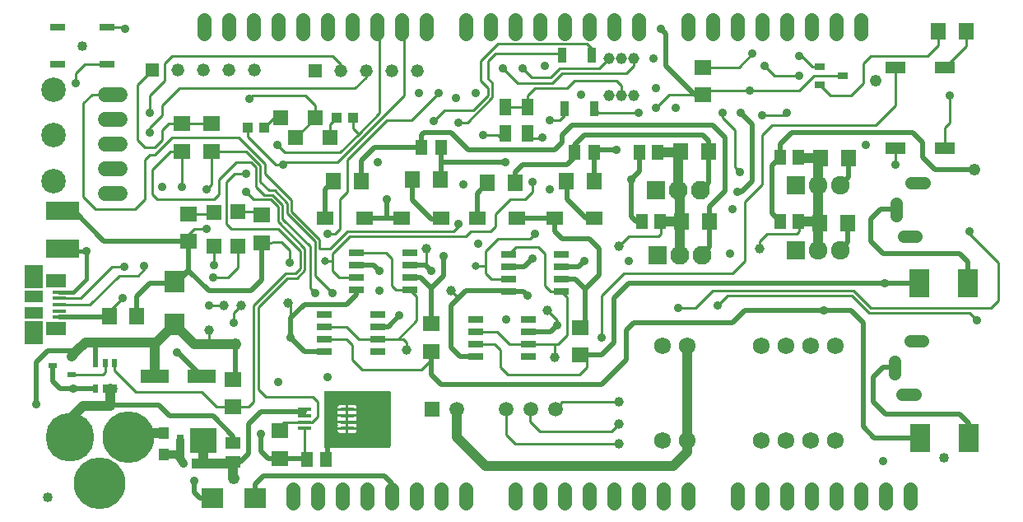
<source format=gbr>
G04 EAGLE Gerber RS-274X export*
G75*
%MOMM*%
%FSLAX34Y34*%
%LPD*%
%INTop Copper*%
%IPPOS*%
%AMOC8*
5,1,8,0,0,1.08239X$1,22.5*%
G01*
%ADD10R,1.500000X1.500000*%
%ADD11R,1.803000X1.600000*%
%ADD12R,1.524000X0.762000*%
%ADD13C,1.524000*%
%ADD14C,1.422400*%
%ADD15R,3.000000X1.400000*%
%ADD16R,1.000000X1.200000*%
%ADD17R,3.400000X1.900000*%
%ADD18R,2.667000X2.540000*%
%ADD19R,0.762000X1.270000*%
%ADD20R,2.000000X1.100000*%
%ADD21R,0.800000X0.800000*%
%ADD22R,1.320800X1.320800*%
%ADD23C,1.320800*%
%ADD24R,1.800000X1.600000*%
%ADD25R,1.525000X0.650000*%
%ADD26R,1.920000X1.920000*%
%ADD27C,1.920000*%
%ADD28R,1.950000X1.950000*%
%ADD29C,1.950000*%
%ADD30R,1.600000X1.803000*%
%ADD31R,1.803400X1.473200*%
%ADD32C,1.308000*%
%ADD33C,1.725000*%
%ADD34R,1.415000X0.450000*%
%ADD35R,1.508000X1.508000*%
%ADD36C,1.508000*%
%ADD37R,0.508000X0.876300*%
%ADD38R,0.863600X0.482600*%
%ADD39R,1.500000X1.300000*%
%ADD40R,1.300000X1.500000*%
%ADD41R,1.600000X1.800000*%
%ADD42R,1.380000X0.450000*%
%ADD43R,2.100000X1.475000*%
%ADD44R,1.900000X1.175000*%
%ADD45R,1.900000X2.375000*%
%ADD46C,1.016000*%
%ADD47R,2.150000X2.200000*%
%ADD48R,2.200000X2.150000*%
%ADD49R,1.300000X1.600000*%
%ADD50C,1.168000*%
%ADD51C,2.520000*%
%ADD52R,1.000000X0.700000*%
%ADD53R,2.025000X1.275000*%
%ADD54R,1.250000X1.750000*%
%ADD55C,5.300000*%
%ADD56C,5.000000*%
%ADD57R,0.863600X1.600200*%
%ADD58R,1.000000X1.100000*%
%ADD59C,0.800000*%
%ADD60C,1.000000*%
%ADD61R,2.020000X2.950000*%
%ADD62C,0.508000*%
%ADD63C,1.016000*%
%ADD64C,0.254000*%
%ADD65C,0.914400*%
%ADD66C,1.219200*%
%ADD67C,0.406400*%
%ADD68C,0.812800*%

G36*
X378538Y75106D02*
X378538Y75106D01*
X378657Y75113D01*
X378695Y75126D01*
X378736Y75131D01*
X378846Y75174D01*
X378959Y75211D01*
X378994Y75233D01*
X379031Y75248D01*
X379127Y75318D01*
X379228Y75381D01*
X379256Y75411D01*
X379289Y75434D01*
X379365Y75526D01*
X379446Y75613D01*
X379466Y75648D01*
X379491Y75679D01*
X379542Y75787D01*
X379600Y75891D01*
X379610Y75931D01*
X379627Y75967D01*
X379649Y76084D01*
X379679Y76199D01*
X379683Y76260D01*
X379687Y76280D01*
X379685Y76300D01*
X379689Y76360D01*
X379689Y132240D01*
X379674Y132358D01*
X379667Y132477D01*
X379654Y132515D01*
X379649Y132556D01*
X379606Y132666D01*
X379569Y132779D01*
X379547Y132814D01*
X379532Y132851D01*
X379463Y132947D01*
X379399Y133048D01*
X379369Y133076D01*
X379346Y133109D01*
X379254Y133185D01*
X379167Y133266D01*
X379132Y133286D01*
X379101Y133311D01*
X378993Y133362D01*
X378889Y133420D01*
X378849Y133430D01*
X378813Y133447D01*
X378696Y133469D01*
X378581Y133499D01*
X378521Y133503D01*
X378501Y133507D01*
X378480Y133505D01*
X378420Y133509D01*
X312380Y133509D01*
X312262Y133494D01*
X312143Y133487D01*
X312105Y133474D01*
X312064Y133469D01*
X311954Y133426D01*
X311841Y133389D01*
X311806Y133367D01*
X311769Y133352D01*
X311673Y133283D01*
X311572Y133219D01*
X311544Y133189D01*
X311511Y133166D01*
X311436Y133074D01*
X311354Y132987D01*
X311334Y132952D01*
X311309Y132921D01*
X311258Y132813D01*
X311200Y132709D01*
X311190Y132669D01*
X311173Y132633D01*
X311151Y132516D01*
X311121Y132401D01*
X311117Y132341D01*
X311113Y132321D01*
X311115Y132300D01*
X311114Y132291D01*
X311113Y132288D01*
X311114Y132284D01*
X311111Y132240D01*
X311111Y76360D01*
X311126Y76242D01*
X311133Y76123D01*
X311146Y76085D01*
X311151Y76044D01*
X311194Y75934D01*
X311231Y75821D01*
X311253Y75786D01*
X311268Y75749D01*
X311338Y75653D01*
X311401Y75552D01*
X311431Y75524D01*
X311454Y75491D01*
X311546Y75416D01*
X311633Y75334D01*
X311668Y75314D01*
X311699Y75289D01*
X311807Y75238D01*
X311911Y75180D01*
X311951Y75170D01*
X311987Y75153D01*
X312104Y75131D01*
X312219Y75101D01*
X312280Y75097D01*
X312300Y75093D01*
X312320Y75095D01*
X312380Y75091D01*
X378420Y75091D01*
X378538Y75106D01*
G37*
%LPC*%
G36*
X336249Y109059D02*
X336249Y109059D01*
X336249Y113021D01*
X344596Y113021D01*
X344596Y111706D01*
X344505Y111369D01*
X344493Y111277D01*
X344471Y111187D01*
X344471Y111120D01*
X344462Y111053D01*
X344473Y110962D01*
X344474Y110869D01*
X344497Y110754D01*
X344499Y110738D01*
X344502Y110730D01*
X344505Y110711D01*
X344596Y110374D01*
X344596Y109059D01*
X336249Y109059D01*
G37*
%LPD*%
%LPC*%
G36*
X336249Y102559D02*
X336249Y102559D01*
X336249Y106521D01*
X344596Y106521D01*
X344596Y105206D01*
X344505Y104869D01*
X344493Y104777D01*
X344471Y104687D01*
X344471Y104620D01*
X344462Y104553D01*
X344473Y104462D01*
X344474Y104369D01*
X344497Y104254D01*
X344499Y104238D01*
X344502Y104230D01*
X344505Y104211D01*
X344596Y103874D01*
X344596Y102559D01*
X336249Y102559D01*
G37*
%LPD*%
%LPC*%
G36*
X336249Y96059D02*
X336249Y96059D01*
X336249Y100021D01*
X344596Y100021D01*
X344596Y98706D01*
X344505Y98369D01*
X344493Y98277D01*
X344471Y98187D01*
X344471Y98120D01*
X344462Y98053D01*
X344473Y97962D01*
X344474Y97869D01*
X344497Y97754D01*
X344499Y97738D01*
X344502Y97730D01*
X344505Y97711D01*
X344596Y97374D01*
X344596Y96059D01*
X336249Y96059D01*
G37*
%LPD*%
%LPC*%
G36*
X325364Y109059D02*
X325364Y109059D01*
X325364Y110374D01*
X325455Y110711D01*
X325467Y110803D01*
X325489Y110893D01*
X325489Y110960D01*
X325498Y111027D01*
X325487Y111118D01*
X325486Y111211D01*
X325463Y111326D01*
X325461Y111342D01*
X325458Y111350D01*
X325455Y111369D01*
X325364Y111706D01*
X325364Y113021D01*
X333711Y113021D01*
X333711Y109059D01*
X325364Y109059D01*
G37*
%LPD*%
%LPC*%
G36*
X325364Y102559D02*
X325364Y102559D01*
X325364Y103874D01*
X325455Y104211D01*
X325467Y104303D01*
X325489Y104393D01*
X325489Y104460D01*
X325498Y104527D01*
X325487Y104618D01*
X325486Y104711D01*
X325463Y104826D01*
X325461Y104842D01*
X325458Y104850D01*
X325455Y104869D01*
X325364Y105206D01*
X325364Y106521D01*
X333711Y106521D01*
X333711Y102559D01*
X325364Y102559D01*
G37*
%LPD*%
%LPC*%
G36*
X325364Y96059D02*
X325364Y96059D01*
X325364Y97374D01*
X325455Y97711D01*
X325467Y97803D01*
X325489Y97893D01*
X325489Y97960D01*
X325498Y98027D01*
X325487Y98118D01*
X325486Y98211D01*
X325463Y98326D01*
X325461Y98342D01*
X325458Y98350D01*
X325455Y98369D01*
X325364Y98706D01*
X325364Y100021D01*
X333711Y100021D01*
X333711Y96059D01*
X325364Y96059D01*
G37*
%LPD*%
%LPC*%
G36*
X336249Y115559D02*
X336249Y115559D01*
X336249Y119081D01*
X342389Y119081D01*
X343036Y118908D01*
X343615Y118573D01*
X344088Y118100D01*
X344423Y117521D01*
X344596Y116874D01*
X344596Y115559D01*
X336249Y115559D01*
G37*
%LPD*%
%LPC*%
G36*
X325364Y115559D02*
X325364Y115559D01*
X325364Y116874D01*
X325537Y117521D01*
X325872Y118100D01*
X326345Y118573D01*
X326924Y118908D01*
X327571Y119081D01*
X333711Y119081D01*
X333711Y115559D01*
X325364Y115559D01*
G37*
%LPD*%
%LPC*%
G36*
X336249Y89999D02*
X336249Y89999D01*
X336249Y93521D01*
X344596Y93521D01*
X344596Y92206D01*
X344423Y91559D01*
X344088Y90980D01*
X343615Y90507D01*
X343036Y90172D01*
X342389Y89999D01*
X336249Y89999D01*
G37*
%LPD*%
%LPC*%
G36*
X327571Y89999D02*
X327571Y89999D01*
X326924Y90172D01*
X326345Y90507D01*
X325872Y90980D01*
X325537Y91559D01*
X325364Y92206D01*
X325364Y93521D01*
X333711Y93521D01*
X333711Y89999D01*
X327571Y89999D01*
G37*
%LPD*%
D10*
X198230Y281910D03*
X198230Y316910D03*
X222200Y282390D03*
X222200Y317390D03*
D11*
X172230Y287140D03*
X172230Y315580D03*
X247160Y285870D03*
X247160Y314310D03*
D12*
X87800Y469140D03*
X37000Y469140D03*
X87800Y507240D03*
X37000Y507240D03*
D13*
X86320Y387510D02*
X101560Y387510D01*
X101560Y412910D02*
X86320Y412910D01*
X86320Y438310D02*
X101560Y438310D01*
X101560Y362110D02*
X86320Y362110D01*
X86320Y336710D02*
X101560Y336710D01*
D14*
X634960Y501048D02*
X634960Y515272D01*
X609560Y515272D02*
X609560Y501048D01*
X584160Y501048D02*
X584160Y515272D01*
X558760Y515272D02*
X558760Y501048D01*
X533360Y501048D02*
X533360Y515272D01*
X507960Y515272D02*
X507960Y501048D01*
X482560Y501048D02*
X482560Y515272D01*
X457160Y515272D02*
X457160Y501048D01*
X416520Y501048D02*
X416520Y515272D01*
X391120Y515272D02*
X391120Y501048D01*
X365720Y501048D02*
X365720Y515272D01*
X340320Y515272D02*
X340320Y501048D01*
X314920Y501048D02*
X314920Y515272D01*
X289520Y515272D02*
X289520Y501048D01*
X264120Y501048D02*
X264120Y515272D01*
X238720Y515272D02*
X238720Y501048D01*
X213320Y501048D02*
X213320Y515272D01*
X187920Y515272D02*
X187920Y501048D01*
D15*
X137504Y148242D03*
X185504Y148242D03*
D14*
X279360Y32672D02*
X279360Y18448D01*
X304760Y18448D02*
X304760Y32672D01*
X330160Y32672D02*
X330160Y18448D01*
X355560Y18448D02*
X355560Y32672D01*
X380960Y32672D02*
X380960Y18448D01*
X406360Y18448D02*
X406360Y32672D01*
X431760Y32672D02*
X431760Y18448D01*
X457160Y18448D02*
X457160Y32672D01*
X507960Y32672D02*
X507960Y18448D01*
X533360Y18448D02*
X533360Y32672D01*
X558760Y32672D02*
X558760Y18448D01*
X584160Y18448D02*
X584160Y32672D01*
X609560Y32672D02*
X609560Y18448D01*
X634960Y18448D02*
X634960Y32672D01*
X660360Y32672D02*
X660360Y18448D01*
X685760Y18448D02*
X685760Y32672D01*
X685760Y501048D02*
X685760Y515272D01*
X711160Y515272D02*
X711160Y501048D01*
X736560Y501048D02*
X736560Y515272D01*
X761960Y515272D02*
X761960Y501048D01*
X787360Y501048D02*
X787360Y515272D01*
X812760Y515272D02*
X812760Y501048D01*
X838160Y501048D02*
X838160Y515272D01*
X863560Y515272D02*
X863560Y501048D01*
X736560Y32672D02*
X736560Y18448D01*
X761960Y18448D02*
X761960Y32672D01*
X787360Y32672D02*
X787360Y18448D01*
X812760Y18448D02*
X812760Y32672D01*
X838160Y32672D02*
X838160Y18448D01*
X863560Y18448D02*
X863560Y32672D01*
X888960Y32672D02*
X888960Y18448D01*
X914360Y18448D02*
X914360Y32672D01*
D16*
X146264Y67900D03*
X146264Y89900D03*
D17*
X42632Y318364D03*
X42632Y279364D03*
D18*
X186792Y82456D03*
D19*
X163292Y82456D03*
D20*
X185776Y59088D03*
D21*
X166776Y59088D03*
D22*
X134580Y463710D03*
D23*
X160742Y463710D03*
X186904Y463710D03*
X213066Y463710D03*
X239228Y463710D03*
D22*
X302220Y462440D03*
D23*
X328382Y462440D03*
X354544Y462440D03*
X380706Y462440D03*
X406868Y462440D03*
D24*
X701000Y466280D03*
X701000Y438280D03*
D25*
X344950Y275750D03*
X344950Y263050D03*
X344950Y250350D03*
X344950Y237650D03*
X399190Y237650D03*
X399190Y250350D03*
X399190Y263050D03*
X399190Y275750D03*
D26*
X796250Y278290D03*
D27*
X819150Y278290D03*
X842050Y278290D03*
D28*
X654010Y273210D03*
D29*
X676910Y273210D03*
X699810Y273210D03*
D30*
X821400Y306230D03*
X849840Y306230D03*
X430740Y350680D03*
X402300Y350680D03*
X321020Y349410D03*
X349460Y349410D03*
X707600Y307500D03*
X679160Y307500D03*
D31*
X390993Y311310D03*
X431887Y311310D03*
X312253Y311310D03*
X353147Y311310D03*
D25*
X311930Y212250D03*
X311930Y199550D03*
X311930Y186850D03*
X311930Y174150D03*
X366170Y174150D03*
X366170Y186850D03*
X366170Y199550D03*
X366170Y212250D03*
D11*
X421600Y202340D03*
X421600Y173900D03*
D32*
X898550Y163980D02*
X898550Y150900D01*
X914010Y184940D02*
X927090Y184940D01*
X919090Y129940D02*
X906010Y129940D01*
D25*
X501360Y273800D03*
X501360Y261100D03*
X501360Y248400D03*
X501360Y235700D03*
X555600Y235700D03*
X555600Y248400D03*
X555600Y261100D03*
X555600Y273800D03*
D26*
X796450Y344920D03*
D27*
X819350Y344920D03*
X842250Y344920D03*
D28*
X652940Y339840D03*
D29*
X675840Y339840D03*
X698740Y339840D03*
D30*
X822470Y372950D03*
X850910Y372950D03*
X589290Y348820D03*
X560850Y348820D03*
X479570Y347550D03*
X508010Y347550D03*
X706530Y379210D03*
X678090Y379210D03*
D31*
X548673Y310630D03*
X589567Y310630D03*
X468663Y310630D03*
X509557Y310630D03*
D25*
X467070Y206490D03*
X467070Y193790D03*
X467070Y181090D03*
X467070Y168390D03*
X521310Y168390D03*
X521310Y181090D03*
X521310Y193790D03*
X521310Y206490D03*
D11*
X574680Y198730D03*
X574680Y170290D03*
D32*
X899820Y313460D02*
X899820Y326540D01*
X915280Y347500D02*
X928360Y347500D01*
X920360Y292500D02*
X907280Y292500D01*
D33*
X659290Y180090D03*
X684690Y180090D03*
X760890Y180090D03*
X786290Y180090D03*
X811690Y180090D03*
X837090Y180090D03*
X659290Y82300D03*
X684690Y82300D03*
X760890Y82300D03*
X786290Y82300D03*
X811690Y82300D03*
X837090Y82300D03*
D34*
X291140Y114290D03*
X291140Y107790D03*
X291140Y101290D03*
X291140Y94790D03*
X334980Y94790D03*
X334980Y101290D03*
X334980Y107790D03*
X334980Y114290D03*
D35*
X422160Y114920D03*
D36*
X447560Y114920D03*
X498360Y114920D03*
X523760Y114920D03*
X549160Y114920D03*
D37*
X76460Y135896D03*
X85960Y135896D03*
X95460Y135896D03*
X95460Y162185D03*
X85960Y162185D03*
X76460Y162185D03*
D38*
X51412Y149700D03*
X51412Y168700D03*
X32108Y159200D03*
D11*
X217380Y116760D03*
X217380Y145200D03*
D39*
X217920Y60580D03*
X217920Y79580D03*
D40*
X294060Y62780D03*
X313060Y62780D03*
D11*
X266060Y92260D03*
X266060Y63820D03*
D41*
X118880Y210080D03*
X90880Y210080D03*
D42*
X39100Y235000D03*
X39100Y228500D03*
X39100Y222000D03*
X39100Y215500D03*
X39100Y209000D03*
D43*
X35500Y197475D03*
X35500Y246525D03*
D44*
X12500Y230375D03*
X12500Y213625D03*
D45*
X12500Y251125D03*
X12500Y192875D03*
D11*
X195540Y379640D03*
X195540Y408080D03*
X165060Y379640D03*
X165060Y408080D03*
D46*
X62190Y487840D03*
X26630Y24290D03*
X949158Y64422D03*
D47*
X157440Y201680D03*
X157440Y245680D03*
D48*
X196400Y23020D03*
X240400Y23020D03*
D40*
X799400Y307500D03*
X780400Y307500D03*
X657160Y307500D03*
X638160Y307500D03*
X799400Y373540D03*
X780400Y373540D03*
X654620Y378620D03*
X635620Y378620D03*
D49*
X431600Y383700D03*
X411600Y383700D03*
X589080Y378620D03*
X569080Y378620D03*
D50*
X604480Y475140D03*
X617180Y475140D03*
X629880Y475140D03*
X604480Y437040D03*
X617180Y437040D03*
X629880Y437040D03*
D51*
X32980Y349400D03*
X32980Y396400D03*
X32980Y443400D03*
D30*
X971760Y503080D03*
X943320Y503080D03*
D52*
X821080Y466860D03*
X821080Y447860D03*
X845080Y457360D03*
D53*
X949900Y382720D03*
X899140Y465960D03*
X899140Y382720D03*
X949900Y465960D03*
D54*
X497800Y398140D03*
X497800Y425140D03*
X520660Y425140D03*
X520660Y398140D03*
D55*
X110196Y85758D03*
D56*
X50196Y85758D03*
D55*
X80196Y38758D03*
D57*
X556474Y478950D03*
X586954Y478950D03*
X559014Y423832D03*
X589494Y423832D03*
D10*
X301940Y414180D03*
X266940Y414180D03*
X282180Y393860D03*
X317180Y393860D03*
D58*
X249760Y404020D03*
X232760Y404020D03*
X324200Y414180D03*
X341200Y414180D03*
D59*
X312380Y266860D03*
X467320Y261780D03*
D60*
X416520Y279560D03*
X274280Y223680D03*
X540980Y216060D03*
X441920Y236380D03*
X396200Y175420D03*
X548600Y167800D03*
X759420Y279560D03*
X614640Y282100D03*
X193000Y195740D03*
X226020Y221140D03*
X614640Y99220D03*
X208240Y221140D03*
X614640Y122080D03*
X614640Y78900D03*
D61*
X924254Y85334D03*
X974254Y85334D03*
X924000Y243840D03*
X974000Y243840D03*
D62*
X89800Y209000D02*
X39100Y209000D01*
X313060Y62780D02*
X314920Y64640D01*
X314920Y83980D01*
X91400Y135896D02*
X85960Y135896D01*
X95460Y135896D02*
X96480Y135896D01*
D63*
X91400Y119032D02*
X91400Y117762D01*
X91400Y119032D02*
X91400Y135896D01*
D64*
X949920Y382740D02*
X949920Y404020D01*
D62*
X949920Y382740D02*
X949900Y382720D01*
D64*
X87800Y469140D02*
X65080Y469140D01*
X55840Y459900D02*
X55840Y449740D01*
D65*
X55840Y449740D03*
D64*
X55840Y459900D02*
X65080Y469140D01*
D63*
X447560Y114920D02*
X447560Y85960D01*
X684690Y82300D02*
X684690Y70210D01*
X477480Y56040D02*
X447560Y85960D01*
X477480Y56040D02*
X670520Y56040D01*
X684690Y70210D01*
X684690Y82300D02*
X684690Y180090D01*
D62*
X692140Y438280D02*
X701000Y438280D01*
X662900Y500540D02*
X657820Y505620D01*
D65*
X657820Y505620D03*
D62*
X662900Y467520D02*
X692140Y438280D01*
X662900Y467520D02*
X662900Y500540D01*
D64*
X360170Y101290D02*
X334980Y101290D01*
X360170Y101290D02*
X360640Y101760D01*
D65*
X360640Y101760D03*
D64*
X89800Y209000D02*
X88224Y207424D01*
X90880Y210080D02*
X90880Y215540D01*
X104100Y228760D01*
D65*
X104100Y228760D03*
D62*
X91400Y119032D02*
X141692Y119032D01*
X152614Y108110D02*
X196810Y108110D01*
X152614Y108110D02*
X141692Y119032D01*
X185504Y148242D02*
X160866Y172880D01*
X159980Y172880D01*
D65*
X159980Y172880D03*
X469860Y284640D03*
X218400Y203360D03*
D64*
X949920Y404020D02*
X955000Y409100D01*
X955000Y437040D01*
D65*
X955000Y437040D03*
X368260Y236380D03*
X728940Y274480D03*
X652740Y424340D03*
D64*
X666680Y438280D01*
X701000Y438280D01*
D65*
X264120Y142400D03*
D62*
X90880Y210080D02*
X89800Y209000D01*
X217920Y87000D02*
X217920Y79580D01*
X217920Y87000D02*
X196810Y108110D01*
X95460Y135896D02*
X91400Y135896D01*
D63*
X91400Y117762D02*
X63206Y117762D01*
X49998Y104554D01*
X49998Y85956D01*
D62*
X50196Y85758D01*
D65*
X731480Y320200D03*
X749260Y442120D03*
D64*
X704840Y442120D01*
X701000Y438280D01*
X815300Y457360D02*
X845080Y457360D01*
X815300Y457360D02*
X800060Y442120D01*
X749260Y442120D01*
X301940Y413620D02*
X282180Y393860D01*
X301940Y413620D02*
X301940Y414180D01*
X301940Y427160D01*
X237744Y437040D02*
X234422Y433718D01*
D65*
X234422Y433718D03*
D64*
X292060Y437040D02*
X301940Y427160D01*
X292060Y437040D02*
X237744Y437040D01*
X218400Y213520D02*
X218400Y203360D01*
X218400Y213520D02*
X226020Y221140D01*
D65*
X739588Y419748D03*
X751800Y480220D03*
X499040Y207170D03*
X314920Y147480D03*
X454620Y345600D03*
D64*
X195540Y408080D02*
X165060Y408080D01*
X126960Y383700D02*
X119340Y391320D01*
X126960Y383700D02*
X137120Y383700D01*
X144740Y391320D02*
X144740Y401480D01*
X151340Y408080D01*
X165060Y408080D01*
X119340Y391320D02*
X119340Y448470D01*
X144740Y391320D02*
X137120Y383700D01*
D65*
X193000Y221140D03*
D64*
X701000Y466280D02*
X737860Y466280D01*
X751800Y480220D01*
D65*
X886420Y61120D03*
D62*
X751800Y407536D02*
X739588Y419748D01*
X751800Y348902D02*
X740624Y337726D01*
X736306Y337726D01*
D65*
X736306Y337726D03*
D62*
X751800Y348902D02*
X751800Y407536D01*
D65*
X899120Y365920D03*
D64*
X899120Y382700D01*
D62*
X899140Y382720D01*
D64*
X208240Y221140D02*
X193000Y221140D01*
X119340Y448470D02*
X134580Y463710D01*
X198230Y263200D02*
X198080Y263050D01*
X198230Y263200D02*
X198230Y281910D01*
D65*
X198080Y263050D03*
D64*
X196680Y315360D02*
X198230Y316910D01*
X196680Y315360D02*
X172230Y315580D01*
X222200Y317390D02*
X243860Y317390D01*
X247160Y314310D01*
D65*
X196810Y250350D03*
D64*
X212050Y250350D01*
X222210Y260510D01*
X222210Y282380D01*
X222200Y282390D01*
X93940Y438310D02*
X72350Y438310D01*
X63460Y429420D01*
X63460Y332900D01*
X76160Y320200D01*
X116800Y320200D01*
X250404Y356776D02*
X250404Y367168D01*
X223712Y393860D01*
X277836Y329344D02*
X277836Y318030D01*
X126960Y330360D02*
X116800Y320200D01*
X126960Y330360D02*
X126960Y371000D01*
X132040Y376080D01*
X137120Y376080D01*
X154900Y393860D01*
X223712Y393860D01*
X250404Y356776D02*
X277836Y329344D01*
X277836Y318030D02*
X306792Y289074D01*
X306792Y280068D02*
X307300Y279560D01*
X317460Y279560D01*
X306792Y280068D02*
X306792Y289074D01*
X317460Y279560D02*
X335240Y297340D01*
D65*
X449540Y304960D03*
D64*
X449540Y302420D01*
X444460Y297340D01*
X335240Y297340D01*
D65*
X800060Y457360D03*
D64*
X774660Y457360D01*
X764500Y467520D01*
D65*
X764500Y467520D03*
X314920Y294800D03*
D64*
X335240Y371000D02*
X375880Y411640D01*
X401280Y411640D02*
X429220Y439580D01*
D65*
X429220Y439580D03*
D64*
X401280Y411640D02*
X375880Y411640D01*
X322540Y294800D02*
X314920Y294800D01*
X322540Y294800D02*
X327620Y299880D01*
X327620Y330360D01*
X335240Y337980D02*
X335240Y371000D01*
X335240Y337980D02*
X327620Y330360D01*
D65*
X596860Y188120D03*
D64*
X596860Y231300D01*
X619720Y254160D01*
X731480Y254160D01*
X744180Y327820D02*
X761960Y345600D01*
X761960Y396400D01*
X772120Y406560D01*
X878800Y406560D01*
X899140Y426900D02*
X899140Y465960D01*
X899140Y426900D02*
X878800Y406560D01*
X744180Y327820D02*
X744180Y266860D01*
X731480Y254160D01*
D63*
X216428Y59088D02*
X185776Y59088D01*
X216428Y59088D02*
X217920Y60580D01*
X217920Y43820D01*
X218400Y43340D01*
D66*
X218400Y43340D03*
D64*
X291140Y107790D02*
X291140Y111920D01*
X291140Y114290D01*
D62*
X225480Y60580D02*
X217920Y60580D01*
X225480Y60580D02*
X233640Y68740D01*
X233640Y99220D01*
X246340Y111920D01*
X291140Y111920D01*
D63*
X186792Y82456D02*
X186792Y60104D01*
X185776Y59088D01*
D65*
X302220Y233840D03*
D64*
X297140Y238920D01*
X268692Y310548D02*
X268692Y324634D01*
X258394Y334932D01*
X249388Y334932D01*
X297140Y282100D02*
X297140Y238920D01*
X297140Y282100D02*
X268692Y310548D01*
X241260Y343060D02*
X241260Y363380D01*
X236180Y368460D01*
X203160Y350680D02*
X203160Y335440D01*
X198080Y330360D01*
X139660Y330360D01*
X134580Y335440D01*
X153380Y379640D02*
X165060Y379640D01*
X241260Y343060D02*
X249388Y334932D01*
X236180Y368460D02*
X220940Y368460D01*
X203160Y350680D01*
X134580Y360840D02*
X134580Y335440D01*
X134580Y360840D02*
X153380Y379640D01*
X165060Y379640D02*
X165060Y343060D01*
D65*
X165060Y343060D03*
X320000Y233840D03*
D64*
X302220Y251620D01*
X302220Y287180D02*
X273264Y316136D01*
X302220Y287180D02*
X302220Y251620D01*
X273264Y316136D02*
X273264Y326528D01*
X260288Y339504D01*
X254976Y339504D01*
X245832Y348648D02*
X245832Y365274D01*
X231466Y379640D01*
X195540Y379640D01*
X245832Y348648D02*
X254976Y339504D01*
X195540Y345600D02*
X195540Y379640D01*
X195540Y345600D02*
X190460Y340520D01*
D65*
X190460Y340520D03*
X269200Y365920D03*
D64*
X271740Y368460D01*
X393660Y505620D02*
X391120Y508160D01*
X325080Y368460D02*
X271740Y368460D01*
X325080Y368460D02*
X393660Y437040D01*
X393660Y505620D01*
X269200Y365920D02*
X261580Y365920D01*
X232760Y394740D02*
X232760Y404020D01*
X232760Y394740D02*
X261580Y365920D01*
D63*
X114338Y89900D02*
X110196Y85758D01*
X114338Y89900D02*
X146264Y89900D01*
D64*
X105020Y507240D02*
X87800Y507240D01*
X105020Y507240D02*
X106640Y505620D01*
D65*
X106640Y505620D03*
D67*
X66508Y277020D02*
X66508Y248572D01*
X53808Y277020D02*
X53808Y279364D01*
X42632Y279364D01*
D65*
X66508Y277020D03*
D67*
X53808Y277020D01*
X52936Y235000D02*
X39100Y235000D01*
X52936Y235000D02*
X66508Y248572D01*
D65*
X105624Y261272D03*
D64*
X93432Y261272D01*
X60660Y228500D02*
X39100Y228500D01*
X60660Y228500D02*
X93432Y261272D01*
X100544Y252128D02*
X119848Y252128D01*
D65*
X125944Y262288D03*
D64*
X125944Y258224D01*
X119848Y252128D01*
X70416Y222000D02*
X39100Y222000D01*
X70416Y222000D02*
X100544Y252128D01*
D68*
X146264Y67900D02*
X159996Y67900D01*
X163292Y63616D01*
X166776Y59088D01*
X163292Y63616D02*
X163292Y82456D01*
D62*
X247160Y247360D02*
X247160Y285870D01*
D65*
X275550Y265590D03*
D64*
X275550Y278290D01*
X267679Y286161D02*
X247160Y285870D01*
X267679Y286161D02*
X275550Y278290D01*
D62*
X172230Y287140D02*
X84863Y287367D01*
X193000Y236380D02*
X236180Y236380D01*
X247160Y247360D01*
X193000Y236380D02*
X172230Y257150D01*
X172230Y287140D01*
X172230Y257150D02*
X159080Y244000D01*
X118880Y230840D02*
X118880Y210080D01*
X132040Y244000D02*
X159080Y244000D01*
X132040Y244000D02*
X118880Y230840D01*
X53866Y318364D02*
X42632Y318364D01*
X53866Y318364D02*
X84863Y287367D01*
D65*
X190460Y299626D03*
D64*
X172230Y294350D02*
X172230Y287140D01*
X172230Y294350D02*
X177506Y299626D01*
X190460Y299626D01*
X172230Y260470D02*
X157440Y245680D01*
X172230Y260470D02*
X172230Y287140D01*
D65*
X132040Y419260D03*
D64*
X147280Y470060D02*
X154900Y477680D01*
X147280Y470060D02*
X147280Y452280D01*
X132040Y437040D02*
X132040Y419260D01*
X132040Y437040D02*
X147280Y452280D01*
X154900Y477680D02*
X320000Y477680D01*
X328382Y469298D01*
X328382Y462440D01*
D65*
X132040Y398940D03*
D64*
X144740Y426880D02*
X162520Y444660D01*
X144740Y426880D02*
X144740Y416720D01*
X132040Y404020D01*
X132040Y398940D01*
X162520Y444660D02*
X343041Y444660D01*
X354544Y456163D01*
X354544Y462440D01*
D66*
X980400Y360840D03*
D65*
X627340Y350680D03*
D62*
X635620Y358960D02*
X635620Y378620D01*
X635620Y358960D02*
X627340Y350680D01*
X627340Y312580D01*
X632420Y307500D01*
D64*
X638160Y307500D01*
D65*
X144740Y343060D03*
X538440Y467266D03*
D64*
X520660Y425140D02*
X497800Y425140D01*
D65*
X467320Y439580D03*
D62*
X772120Y315780D02*
X780400Y307500D01*
X772120Y365260D02*
X780400Y373540D01*
X772120Y365260D02*
X772120Y315780D01*
X780400Y373540D02*
X780400Y386900D01*
X792440Y398940D01*
D65*
X624916Y266744D03*
D62*
X517440Y261100D02*
X501360Y261100D01*
X517440Y261100D02*
X525740Y269400D01*
D65*
X525740Y269400D03*
D62*
X361910Y263050D02*
X344950Y263050D01*
X361910Y263050D02*
X368260Y256700D01*
D65*
X368260Y256700D03*
D62*
X939760Y360840D02*
X980400Y360840D01*
X939760Y360840D02*
X927060Y373540D01*
X927060Y388780D01*
X916900Y398940D01*
X792440Y398940D01*
D64*
X520660Y425140D02*
X520660Y437040D01*
X612100Y452280D02*
X617180Y447200D01*
X617180Y437040D01*
X528280Y444660D02*
X520660Y437040D01*
X528280Y444660D02*
X561300Y444660D01*
X568920Y452280D01*
X612100Y452280D01*
X614640Y99220D02*
X607020Y91600D01*
X533360Y91600D01*
X523200Y101760D01*
X523200Y114360D01*
X523760Y114920D01*
X493120Y393460D02*
X497800Y398140D01*
X490180Y396400D02*
X474940Y396400D01*
X490180Y396400D02*
X493120Y393460D01*
D65*
X474940Y396400D03*
X868640Y386240D03*
X650200Y475140D03*
X543404Y340636D03*
X366512Y368206D03*
X673060Y424340D03*
D64*
X614640Y122080D02*
X556320Y122080D01*
X549160Y114920D01*
D65*
X495260Y464980D03*
D64*
X629880Y467520D02*
X629880Y475140D01*
X510500Y449740D02*
X495260Y464980D01*
X622260Y459900D02*
X629880Y467520D01*
X622260Y459900D02*
X556220Y459900D01*
X546060Y449740D01*
X510500Y449740D01*
D65*
X515580Y464980D03*
D64*
X544536Y455836D02*
X553680Y464980D01*
X544536Y455836D02*
X524724Y455836D01*
X515580Y464980D01*
X594320Y464980D02*
X604480Y475140D01*
X594320Y464980D02*
X553680Y464980D01*
X535900Y393860D02*
X534160Y393060D01*
X525740Y393060D01*
X520660Y398140D01*
D65*
X535900Y393860D03*
X652740Y444660D03*
X575270Y438310D03*
D64*
X614640Y78900D02*
X507960Y78900D01*
X498360Y88500D02*
X498360Y114920D01*
X498360Y88500D02*
X507960Y78900D01*
D65*
X424100Y410624D03*
D64*
X435276Y421800D01*
X464780Y421800D02*
X480020Y437040D01*
X480020Y444660D01*
X472400Y452280D01*
X472400Y472600D01*
X490180Y490380D01*
X581620Y490380D01*
X464780Y421800D02*
X435276Y421800D01*
X586954Y478950D02*
X586954Y485046D01*
X581620Y490380D01*
D65*
X634960Y419260D03*
D64*
X594066Y419260D01*
X589494Y423832D01*
D63*
X676910Y305250D02*
X676910Y273210D01*
D62*
X676910Y305250D02*
X679160Y307500D01*
D63*
X676910Y305250D02*
X676910Y338770D01*
X675840Y339840D01*
X675840Y376960D01*
X678090Y379210D01*
X677500Y378620D01*
X654620Y378620D01*
X657160Y307500D02*
X679160Y307500D01*
D64*
X624800Y292260D02*
X614640Y282100D01*
X655280Y292260D02*
X657820Y294800D01*
X657820Y306840D01*
X657160Y307500D01*
X655280Y292260D02*
X624800Y292260D01*
D63*
X819150Y303980D02*
X819150Y278290D01*
D62*
X819150Y303980D02*
X821400Y306230D01*
X820130Y307500D01*
D63*
X799400Y307500D01*
X819350Y308280D02*
X821400Y306230D01*
X819350Y308280D02*
X819350Y344920D01*
X819350Y369830D01*
X822470Y372950D01*
X799990Y372950D01*
X799400Y373540D01*
D64*
X759420Y287180D02*
X759420Y279560D01*
X797520Y294800D02*
X800060Y297340D01*
X800060Y306840D01*
X799400Y307500D01*
X767040Y294800D02*
X759420Y287180D01*
X767040Y294800D02*
X797520Y294800D01*
D62*
X842050Y278290D02*
X849840Y286080D01*
X849840Y306230D01*
D65*
X497800Y368460D03*
D62*
X431760Y368460D01*
X431600Y368460D01*
X431600Y383700D01*
X431760Y368460D02*
X431760Y351700D01*
X430740Y350680D01*
X707600Y307500D02*
X707600Y281000D01*
X699810Y273210D01*
X349460Y349410D02*
X349460Y369980D01*
X363180Y383700D01*
X411600Y383700D01*
X707600Y322740D02*
X707600Y307500D01*
X707600Y322740D02*
X723860Y339000D01*
X723860Y393860D02*
X711160Y406560D01*
X566380Y406560D01*
X441920Y398940D02*
X413980Y398940D01*
X411440Y396400D01*
X411440Y383700D01*
X411600Y383700D01*
X723860Y393860D02*
X723860Y339000D01*
X459700Y381160D02*
X441920Y398940D01*
X548600Y381160D02*
X556220Y388780D01*
X556220Y396400D01*
X566380Y406560D01*
X548600Y381160D02*
X459700Y381160D01*
X402300Y350680D02*
X402300Y329340D01*
X421600Y310040D01*
X430617Y310040D01*
X431887Y311310D01*
X312253Y311310D02*
X312253Y340643D01*
X321020Y349410D01*
X353147Y311310D02*
X375880Y311310D01*
X390993Y311310D01*
X399190Y250350D02*
X410170Y250350D01*
X421600Y238920D01*
X421600Y202340D01*
X421600Y238920D02*
X434300Y251620D01*
X434300Y271940D01*
D65*
X434300Y271940D03*
X375880Y330360D03*
D62*
X375880Y311310D01*
D64*
X344950Y250350D02*
X326350Y250350D01*
X320000Y256700D01*
X320000Y266860D01*
X320000Y274480D01*
X337780Y292260D01*
X482560Y297340D02*
X487640Y302420D01*
X525740Y337980D02*
X525740Y348140D01*
X525740Y337980D02*
X518120Y330360D01*
D65*
X525740Y348140D03*
D64*
X457160Y292260D02*
X337780Y292260D01*
X457160Y292260D02*
X462240Y297340D01*
X482560Y297340D01*
X487640Y302420D02*
X487640Y315120D01*
X502880Y330360D01*
X518120Y330360D01*
X320000Y266860D02*
X312380Y266860D01*
X483240Y248400D02*
X501360Y248400D01*
X483240Y248400D02*
X477480Y254160D01*
X477480Y261780D01*
X477480Y277020D01*
X490180Y289720D01*
X523200Y289720D01*
X528280Y294800D01*
D65*
X528280Y294800D03*
D64*
X477480Y261780D02*
X467320Y261780D01*
X374610Y275750D02*
X344950Y275750D01*
X374610Y275750D02*
X380960Y269400D01*
X380960Y241460D01*
X384770Y237650D02*
X399190Y237650D01*
X384770Y237650D02*
X380960Y241460D01*
X366170Y186850D02*
X346670Y186850D01*
X333970Y199550D02*
X311930Y199550D01*
X333970Y199550D02*
X346670Y186850D01*
X366170Y186850D02*
X387310Y186850D01*
X406360Y230480D02*
X399190Y237650D01*
X406360Y205900D02*
X387310Y186850D01*
X406360Y205900D02*
X406360Y230480D01*
X396200Y183040D02*
X396200Y175420D01*
X392390Y186850D02*
X387310Y186850D01*
X392390Y186850D02*
X396200Y183040D01*
D62*
X399190Y263050D02*
X415250Y263050D01*
X421600Y256700D01*
D65*
X421600Y256700D03*
D62*
X377150Y199550D02*
X366170Y199550D01*
X377150Y199550D02*
X388580Y210980D01*
D65*
X388580Y210980D03*
D64*
X416520Y264320D02*
X416520Y279560D01*
X416520Y264320D02*
X415250Y263050D01*
D62*
X290790Y222410D02*
X276820Y208440D01*
X276820Y188120D01*
X290790Y174150D02*
X311930Y174150D01*
X344950Y232570D02*
X344950Y237650D01*
X344950Y232570D02*
X334790Y222410D01*
X290790Y222410D01*
X276820Y188120D02*
X290790Y174150D01*
D65*
X276820Y188120D03*
D64*
X276820Y221140D02*
X274280Y223680D01*
X276820Y221140D02*
X276820Y208440D01*
X311930Y186850D02*
X333970Y186850D01*
X340320Y180500D02*
X340320Y165260D01*
X350480Y155100D01*
X411440Y155100D02*
X421600Y165260D01*
X421600Y173900D01*
X340320Y180500D02*
X333970Y186850D01*
X350480Y155100D02*
X411440Y155100D01*
D62*
X421600Y150020D02*
X421600Y173900D01*
X421600Y150020D02*
X431760Y139860D01*
X596860Y139860D01*
X622260Y165260D01*
X622260Y195740D02*
X629880Y203360D01*
X744180Y216060D02*
X825460Y216060D01*
X744180Y216060D02*
X731480Y203360D01*
X629880Y203360D01*
D65*
X825460Y216060D03*
D62*
X622260Y195740D02*
X622260Y165260D01*
X825460Y216060D02*
X853400Y216060D01*
X866100Y203360D01*
X866100Y96680D01*
X877446Y85334D02*
X924254Y85334D01*
X877446Y85334D02*
X866100Y96680D01*
D66*
X878800Y452280D03*
D62*
X886220Y157440D02*
X898550Y157440D01*
X886220Y157440D02*
X876260Y147480D01*
X876260Y122080D01*
X888960Y109380D01*
X965200Y109380D01*
X974254Y100326D02*
X974254Y85334D01*
X974254Y100326D02*
X965200Y109380D01*
X589290Y348820D02*
X589080Y349030D01*
X589080Y378620D01*
X842250Y344920D02*
X850910Y353580D01*
X850910Y372950D01*
D65*
X612100Y381160D03*
D62*
X591620Y381160D01*
X589080Y378620D01*
X569080Y378620D02*
X569080Y373540D01*
X561460Y365920D01*
X515580Y365920D01*
X507960Y358300D01*
X507960Y347600D01*
X508010Y347550D01*
X698740Y339840D02*
X706530Y347630D01*
X706530Y379210D01*
X706530Y390870D01*
X701000Y396400D01*
X579080Y396400D01*
X569080Y386400D02*
X569080Y378620D01*
X569080Y386400D02*
X579080Y396400D01*
X560850Y348820D02*
X561300Y348370D01*
X561300Y330360D01*
X581030Y310630D01*
X589567Y310630D01*
X479570Y347550D02*
X468663Y336643D01*
X468663Y310630D01*
X555600Y248400D02*
X569600Y248400D01*
X579760Y238240D02*
X579760Y203810D01*
X574680Y198730D01*
X579760Y238240D02*
X569600Y248400D01*
X548673Y297413D02*
X548673Y310630D01*
X548673Y297413D02*
X548600Y297340D01*
X556220Y289720D01*
X584160Y289720D01*
X594320Y279560D01*
X594320Y252800D02*
X579760Y238240D01*
X594320Y252800D02*
X594320Y279560D01*
X548673Y310630D02*
X509557Y310630D01*
D64*
X508980Y281420D02*
X531500Y281420D01*
X508980Y281420D02*
X501360Y273800D01*
X531500Y281420D02*
X538440Y274480D01*
X538440Y241460D01*
X544200Y235700D01*
X555600Y235700D01*
X489590Y193790D02*
X467070Y193790D01*
X502290Y181090D02*
X521310Y181090D01*
X502290Y181090D02*
X489590Y193790D01*
X521310Y181090D02*
X548600Y181090D01*
X551730Y181090D01*
X561300Y190660D01*
X561300Y230000D01*
X555600Y235700D01*
X548600Y181090D02*
X548600Y167800D01*
D62*
X544110Y193790D02*
X521310Y193790D01*
X544110Y193790D02*
X551140Y200820D01*
D65*
X551140Y200820D03*
X579080Y266860D03*
D62*
X573320Y261100D01*
X555600Y261100D01*
D64*
X540980Y216060D02*
X551140Y205900D01*
X551140Y200820D01*
D62*
X467070Y168390D02*
X451490Y168390D01*
X441920Y177960D01*
X441920Y221140D01*
X449540Y228760D01*
X457160Y236380D01*
X500680Y236380D01*
X501360Y235700D01*
X516260Y235700D01*
X520660Y231300D01*
D65*
X520660Y231300D03*
D64*
X449540Y228760D02*
X441920Y236380D01*
X467070Y181090D02*
X487050Y181090D01*
X492720Y175420D01*
X492720Y157640D01*
X500340Y150020D01*
X574000Y150020D01*
X581620Y157640D01*
X581620Y168430D01*
D65*
X888198Y244254D03*
D62*
X596810Y170290D02*
X574680Y170290D01*
X596810Y170290D02*
X609560Y183040D01*
X609560Y228760D01*
D64*
X579760Y170290D02*
X574680Y170290D01*
X579760Y170290D02*
X581620Y168430D01*
D62*
X625054Y244254D02*
X888198Y244254D01*
X625054Y244254D02*
X609560Y228760D01*
X888198Y244254D02*
X923586Y244254D01*
X924000Y243840D01*
X899820Y320000D02*
X883680Y320000D01*
X873720Y310040D01*
X873720Y287180D01*
X886420Y274480D01*
X965200Y274480D01*
X974000Y265680D02*
X974000Y243840D01*
X974000Y265680D02*
X965200Y274480D01*
D64*
X83460Y149700D02*
X51412Y149700D01*
X83460Y149700D02*
X86320Y152560D01*
X86320Y161825D01*
X85960Y162185D01*
D62*
X32108Y159200D02*
X32108Y143272D01*
X53300Y135896D02*
X76460Y135896D01*
X53300Y135896D02*
X39485Y135896D01*
X32108Y143272D01*
X253800Y63820D02*
X266060Y63820D01*
X253800Y63820D02*
X246340Y71280D01*
X246340Y89060D01*
D65*
X246340Y89060D03*
X53300Y135896D03*
D62*
X266060Y63820D02*
X293020Y63820D01*
X294060Y62780D01*
X293020Y63820D02*
X291140Y65700D01*
D64*
X291140Y94790D01*
X291140Y65700D02*
X294060Y62780D01*
D63*
X56986Y174274D02*
X51412Y168700D01*
X56986Y174274D02*
X65752Y183040D01*
X138800Y183040D02*
X157440Y201680D01*
X76160Y183040D02*
X65752Y183040D01*
X76160Y183040D02*
X138800Y183040D01*
X137504Y181744D02*
X137504Y148242D01*
X137504Y181744D02*
X138800Y183040D01*
D62*
X76460Y182740D02*
X76460Y162185D01*
X76460Y182740D02*
X76160Y183040D01*
D63*
X157440Y201680D02*
X177760Y181360D01*
X193000Y181360D02*
X220080Y181360D01*
D66*
X220080Y181360D03*
D63*
X193000Y181360D02*
X177760Y181360D01*
D62*
X183868Y23020D02*
X196400Y23020D01*
X56986Y174274D02*
X26754Y174274D01*
X217380Y145200D02*
X220080Y147900D01*
X220080Y181360D01*
X15200Y162720D02*
X15200Y119540D01*
D65*
X15200Y119540D03*
X177760Y40800D03*
D62*
X177760Y29128D01*
X183868Y23020D01*
X26754Y174274D02*
X15200Y162720D01*
D64*
X193000Y181360D02*
X193000Y195740D01*
X95460Y162185D02*
X95460Y154596D01*
X200860Y116760D02*
X217380Y116760D01*
X117562Y132494D02*
X95460Y154596D01*
X117562Y132494D02*
X185126Y132494D01*
X200860Y116760D01*
X217380Y116760D02*
X233400Y116760D01*
X238720Y122080D02*
X238720Y221140D01*
X271740Y254160D01*
X281900Y254160D01*
X238720Y122080D02*
X233400Y116760D01*
D65*
X231100Y356776D03*
D64*
X286980Y259240D02*
X281900Y254160D01*
X286980Y259240D02*
X286980Y277020D01*
X264120Y299880D01*
X215860Y299880D01*
X210780Y304960D01*
X219416Y356776D02*
X231100Y356776D01*
X219416Y356776D02*
X210780Y348140D01*
X210780Y304960D01*
D65*
X739100Y358300D03*
D64*
X734020Y401480D02*
X721320Y414180D01*
X721320Y419260D01*
X734020Y401480D02*
X734020Y363380D01*
X739100Y358300D01*
D65*
X721320Y419260D03*
X761960Y416720D03*
D64*
X784820Y416720D02*
X787360Y419260D01*
X784820Y416720D02*
X761960Y416720D01*
D65*
X787360Y419260D03*
D64*
X291140Y101290D02*
X270010Y101290D01*
X266060Y97340D01*
X266060Y92260D01*
D65*
X231100Y337980D03*
D64*
X291552Y257346D02*
X283794Y249588D01*
X273634Y249588D01*
X243800Y219754D02*
X243800Y134780D01*
X243800Y219754D02*
X273634Y249588D01*
X238720Y330360D02*
X231100Y337980D01*
X256500Y330360D02*
X264120Y322740D01*
X256500Y330360D02*
X238720Y330360D01*
X264120Y322740D02*
X264120Y307500D01*
X291552Y280068D01*
X291552Y257346D01*
X291140Y101290D02*
X299210Y101290D01*
X304760Y106840D01*
X304760Y122080D01*
X299680Y127160D01*
X251420Y127160D02*
X243800Y134780D01*
X251420Y127160D02*
X299680Y127160D01*
D65*
X447000Y434500D03*
X408900Y439580D03*
D62*
X240400Y37400D02*
X240400Y23020D01*
X373340Y45880D02*
X380960Y38260D01*
X380960Y25560D01*
X248880Y45880D02*
X240400Y37400D01*
X248880Y45880D02*
X373340Y45880D01*
D65*
X263104Y386240D03*
D64*
X270804Y378540D02*
X327540Y378540D01*
X270804Y378540D02*
X263104Y386240D01*
X368260Y505620D02*
X365720Y508160D01*
X346670Y397670D02*
X327540Y378540D01*
X346670Y397670D02*
X368260Y419260D01*
X368260Y505620D01*
X341200Y414180D02*
X341200Y403140D01*
X346670Y397670D01*
D65*
X982940Y205900D03*
X716240Y221140D03*
D64*
X726400Y231300D01*
X975320Y213520D02*
X982940Y205900D01*
X975320Y213520D02*
X871822Y213520D01*
X854042Y231300D01*
X726400Y231300D01*
D65*
X975320Y297340D03*
X675600Y218600D03*
D64*
X693380Y218600D01*
X996910Y218600D02*
X1004530Y226220D01*
X1004530Y265590D01*
X975320Y294800D02*
X975320Y297340D01*
X711160Y236380D02*
X693380Y218600D01*
X711160Y236380D02*
X855940Y236380D01*
X873720Y218600D01*
X996910Y218600D01*
X1004530Y265590D02*
X975320Y294800D01*
D65*
X800060Y477680D03*
D64*
X802600Y477680D01*
X813420Y466860D02*
X821080Y466860D01*
X813420Y466860D02*
X802600Y477680D01*
D65*
X449540Y409354D03*
D64*
X458800Y409354D01*
X484592Y435146D02*
X484592Y450248D01*
X480020Y454820D01*
X480020Y472600D01*
X555204Y480220D02*
X556474Y478950D01*
X484592Y435146D02*
X458800Y409354D01*
X480020Y472600D02*
X487640Y480220D01*
X555204Y480220D01*
D65*
X543520Y411640D03*
D64*
X553680Y411640D01*
X559014Y416974D02*
X559014Y423832D01*
X559014Y416974D02*
X553680Y411640D01*
X949900Y465960D02*
X971760Y487820D01*
X971760Y503080D01*
X831900Y437040D02*
X821080Y447860D01*
X866100Y449740D02*
X866100Y470060D01*
X873720Y477680D01*
X943320Y488860D02*
X943320Y503080D01*
X853400Y437040D02*
X831900Y437040D01*
X853400Y437040D02*
X866100Y449740D01*
X873720Y477680D02*
X932140Y477680D01*
X943320Y488860D01*
X324200Y414180D02*
X317180Y407160D01*
X317180Y393860D01*
X259920Y414180D02*
X249760Y404020D01*
X259920Y414180D02*
X266940Y414180D01*
M02*

</source>
